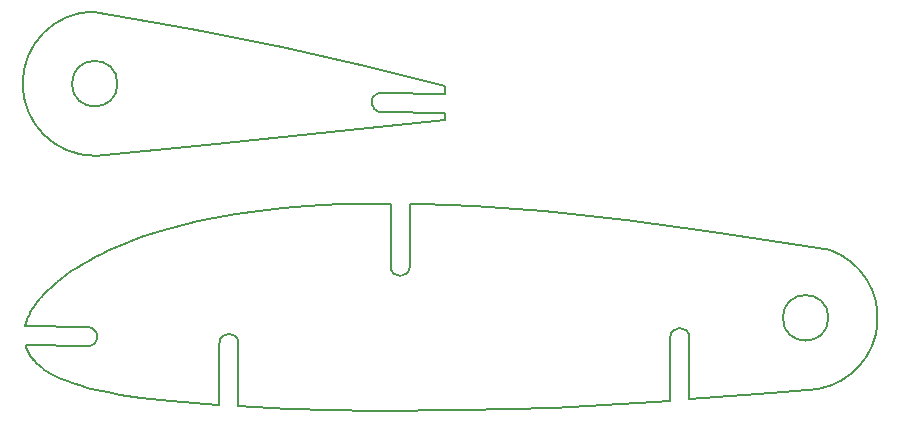
<source format=gbr>
G04 #@! TF.GenerationSoftware,KiCad,Pcbnew,(5.1.2)-1*
G04 #@! TF.CreationDate,2019-06-04T19:45:54-07:00*
G04 #@! TF.ProjectId,horizontal-stabilizer,686f7269-7a6f-46e7-9461-6c2d73746162,rev?*
G04 #@! TF.SameCoordinates,Original*
G04 #@! TF.FileFunction,Profile,NP*
%FSLAX46Y46*%
G04 Gerber Fmt 4.6, Leading zero omitted, Abs format (unit mm)*
G04 Created by KiCad (PCBNEW (5.1.2)-1) date 2019-06-04 19:45:54*
%MOMM*%
%LPD*%
G04 APERTURE LIST*
%ADD10C,0.200000*%
G04 APERTURE END LIST*
D10*
X50082475Y-34023032D02*
X43033586Y-32428045D01*
X37428650Y-40678621D02*
X56839231Y-38639183D01*
X56855462Y-35724447D02*
X50082475Y-34023032D01*
X56839231Y-38020785D02*
X56839231Y-38639183D01*
X56855462Y-36400653D02*
X51472523Y-36320590D01*
X29124383Y-35538896D02*
G75*
G03X29124383Y-35538896I-1929000J0D01*
G01*
X50963873Y-36490573D02*
X50859803Y-36587389D01*
X50859803Y-36587389D02*
X50780017Y-36691034D01*
X56855462Y-35724447D02*
X56855462Y-36400653D01*
X50654536Y-37212441D02*
X50689009Y-37378398D01*
X50689009Y-37378398D02*
X50727059Y-37474602D01*
X51203724Y-36362268D02*
X51063190Y-36423609D01*
X51063190Y-36423609D02*
X50963873Y-36490573D01*
X50882270Y-37697979D02*
X50989995Y-37792186D01*
X50989995Y-37792186D02*
X51102672Y-37857388D01*
X51102672Y-37857388D02*
X51251110Y-37910319D01*
X51251110Y-37910319D02*
X51363414Y-37934857D01*
X50780017Y-36691034D02*
X50711134Y-36822765D01*
X50711134Y-36822765D02*
X50672878Y-36941052D01*
X51448440Y-37940604D02*
X56839231Y-38020785D01*
X51363414Y-37934857D02*
X51448440Y-37940604D01*
X50727059Y-37474602D02*
X50801950Y-37601163D01*
X50801950Y-37601163D02*
X50882270Y-37697979D01*
X35346224Y-30879116D02*
X27172436Y-29431982D01*
X43033586Y-32428045D02*
X35346224Y-30879116D01*
X50672878Y-36941052D02*
X50650554Y-37119185D01*
X50650554Y-37119185D02*
X50654536Y-37212441D01*
X27183079Y-41645841D02*
G75*
G02X27172436Y-29431982I12261J6106945D01*
G01*
X51472523Y-36320590D02*
X51291696Y-36341351D01*
X51291696Y-36341351D02*
X51203724Y-36362268D01*
X27183080Y-41645840D02*
X37428650Y-40678621D01*
X22044645Y-58956529D02*
X22139379Y-59061871D01*
X21588068Y-58297661D02*
X21619332Y-58354967D01*
X28283641Y-61684571D02*
X29355832Y-61883447D01*
X26573760Y-61287338D02*
X27279558Y-61465489D01*
X21872719Y-58743797D02*
X21914104Y-58797917D01*
X24700426Y-60673312D02*
X25084041Y-60820477D01*
X24334943Y-60519371D02*
X24700426Y-60673312D01*
X23075711Y-59841682D02*
X23215668Y-59932061D01*
X21529379Y-58182071D02*
X21558126Y-58240127D01*
X22342660Y-59266149D02*
X22451993Y-59365954D01*
X58337769Y-63198885D02*
X66111318Y-62964334D01*
X50776780Y-63236316D02*
X58337769Y-63198885D01*
X25906946Y-61095992D02*
X26573760Y-61287338D01*
X39367148Y-62866725D02*
X43685838Y-63084124D01*
X37672777Y-62781431D02*
X37746948Y-62785165D01*
X37746948Y-57527571D02*
G75*
G02X39367148Y-57527571I810100J0D01*
G01*
X25084041Y-60820477D02*
X25486550Y-60961420D01*
X21651739Y-58411662D02*
X21685488Y-58468137D01*
X31095512Y-62148642D02*
X33659145Y-62449211D01*
X25486550Y-60961420D02*
X25906946Y-61095992D01*
X22566503Y-59464223D02*
X22686116Y-59560919D01*
X23665870Y-60193622D02*
X23825969Y-60277591D01*
X23510770Y-60108038D02*
X23665870Y-60193622D01*
X22238449Y-59164769D02*
X22342660Y-59266149D01*
X29355832Y-61883447D02*
X31095512Y-62148642D01*
X23215668Y-59932061D02*
X23360705Y-60020862D01*
X21914104Y-58797917D02*
X21956525Y-58851383D01*
X22810905Y-59656052D02*
X22940816Y-59749670D01*
X21475681Y-58064750D02*
X21501946Y-58123711D01*
X21619332Y-58354967D02*
X21651739Y-58411662D01*
X22686116Y-59560919D02*
X22810905Y-59656052D01*
X24161047Y-60440677D02*
X24334943Y-60519371D01*
X21756650Y-58579618D02*
X21794055Y-58634684D01*
X21501946Y-58123711D02*
X21529379Y-58182071D01*
X21450645Y-58005410D02*
X21475681Y-58064750D01*
X23991030Y-60359937D02*
X24161047Y-60440677D01*
X75918220Y-57038240D02*
X75918220Y-62402920D01*
X23360705Y-60020862D02*
X23510770Y-60108038D01*
X22940816Y-59749670D02*
X23075711Y-59841682D01*
X22451993Y-59365954D02*
X22566503Y-59464223D01*
X21794055Y-58634684D02*
X21832887Y-58689631D01*
X21558126Y-58240127D02*
X21588068Y-58297661D01*
X43685838Y-63084124D02*
X50776780Y-63236316D01*
X37746948Y-57527571D02*
X37746948Y-62785165D01*
X21956525Y-58851383D02*
X22000462Y-58904759D01*
X21832887Y-58689631D02*
X21872719Y-58743797D01*
X21720344Y-58523930D02*
X21756650Y-58579618D01*
X21685488Y-58468137D02*
X21720344Y-58523930D01*
X39367148Y-62866725D02*
X39367148Y-57527571D01*
X22139379Y-59061871D02*
X22238449Y-59164769D01*
X22000462Y-58904759D02*
X22044645Y-58956529D01*
X74589801Y-62504467D02*
X75918220Y-62402920D01*
X27279558Y-61465489D02*
X28283641Y-61684571D01*
X23825969Y-60277591D02*
X23991030Y-60359937D01*
X66111318Y-62964334D02*
X74589801Y-62504467D01*
X33659145Y-62449211D02*
X37672777Y-62781431D01*
X31122579Y-48562827D02*
X30063149Y-48958037D01*
X52246462Y-45699095D02*
X51352595Y-45687718D01*
X22016302Y-54464234D02*
X21922874Y-54610147D01*
X22221532Y-54170008D02*
X22115840Y-54317532D01*
X35935818Y-47192824D02*
X34650048Y-47499655D01*
X22451466Y-53872799D02*
X22333388Y-54021743D01*
X23136845Y-53119077D02*
X22986980Y-53270849D01*
X25219966Y-51436513D02*
X24781001Y-51742260D01*
X53866662Y-51013945D02*
G75*
G02X52246462Y-51013945I-810100J0D01*
G01*
X22986980Y-53270849D02*
X22843553Y-53422147D01*
X28431525Y-49652328D02*
X27827000Y-49940277D01*
X21383015Y-57824802D02*
X21404328Y-57885483D01*
X21487035Y-55466524D02*
X21434815Y-55605784D01*
X21362930Y-57763726D02*
X21383015Y-57824802D01*
X22575835Y-53723176D02*
X22451466Y-53872799D01*
X21344114Y-57702242D02*
X21362930Y-57763726D01*
X21341980Y-57694728D02*
X21344114Y-57702242D01*
X21678479Y-55042649D02*
X21608834Y-55184934D01*
X22843553Y-53422147D02*
X22706532Y-53572935D01*
X47929298Y-45754782D02*
X45200261Y-45899549D01*
X21754054Y-54899376D02*
X21678479Y-55042649D01*
X26606334Y-56152656D02*
G75*
G02X26582255Y-57772670I-12038J-810007D01*
G01*
X27250286Y-50232920D02*
X26701269Y-50529573D01*
X21434815Y-55605784D02*
X21387928Y-55745119D01*
X22706532Y-53572935D02*
X22575835Y-53723176D01*
X23983053Y-52356079D02*
X23801358Y-52508557D01*
X23801358Y-52508557D02*
X23625375Y-52661587D01*
X29063108Y-49370152D02*
X28431525Y-49652328D01*
X22115840Y-54317532D02*
X22016302Y-54464234D01*
X21545030Y-55326259D02*
X21487035Y-55466524D01*
X34650048Y-47499655D02*
X33417720Y-47831494D01*
X23293175Y-52966915D02*
X23136845Y-53119077D01*
X24781001Y-51742260D02*
X24369085Y-52048749D01*
X51352595Y-45687718D02*
X47929298Y-45754782D01*
X26179928Y-50829526D02*
X25686177Y-51132061D01*
X26701269Y-50529573D02*
X26179928Y-50829526D01*
X21835472Y-54755176D02*
X21754054Y-54899376D01*
X21608834Y-55184934D02*
X21545030Y-55326259D01*
X41075928Y-46302108D02*
X39132632Y-46581829D01*
X53866662Y-51013945D02*
X53866662Y-45719716D01*
X23456025Y-52814375D02*
X23293175Y-52966915D01*
X21312106Y-56017392D02*
X21299173Y-56073719D01*
X21329116Y-55949210D02*
X21312106Y-56017392D01*
X24369085Y-52048749D02*
X23983053Y-52356079D01*
X25686177Y-51132061D02*
X25219966Y-51436513D01*
X27827000Y-49940277D02*
X27250286Y-50232920D01*
X39132632Y-46581829D02*
X37272534Y-46912614D01*
X52246462Y-45699095D02*
X52246462Y-51013945D01*
X26606335Y-56152655D02*
X21299173Y-56073719D01*
X21922874Y-54610147D02*
X21835472Y-54755176D01*
X33417720Y-47831494D02*
X32240910Y-48186603D01*
X37272534Y-46912614D02*
X35935818Y-47192824D01*
X43100177Y-46074468D02*
X41075928Y-46302108D01*
X21426863Y-57945662D02*
X21450645Y-58005410D01*
X45200261Y-45899549D02*
X43100177Y-46074468D01*
X21404328Y-57885483D02*
X21426863Y-57945662D01*
X30063149Y-48958037D02*
X29063108Y-49370152D01*
X32240910Y-48186603D02*
X31122579Y-48562827D01*
X21341980Y-57694728D02*
X26582255Y-57772670D01*
X21347380Y-55881243D02*
X21329116Y-55949210D01*
X22333388Y-54021743D02*
X22221532Y-54170008D01*
X23625375Y-52661587D02*
X23456025Y-52814375D01*
X21367201Y-55812512D02*
X21347380Y-55881243D01*
X21387928Y-55745119D02*
X21367201Y-55812512D01*
X77538420Y-62279069D02*
X84493415Y-61747415D01*
X89311375Y-55368904D02*
G75*
G03X89311375Y-55368904I-1929000J0D01*
G01*
X59294172Y-45921500D02*
X54930468Y-45733256D01*
X89500693Y-49641092D02*
X87339282Y-49258424D01*
X89500692Y-49641091D02*
G75*
G02X88537396Y-61365649I-2118274J-5727813D01*
G01*
X72161273Y-47092644D02*
X65202733Y-46362348D01*
X87339282Y-49258424D02*
X79543809Y-48058849D01*
X84493415Y-61747415D02*
X88537396Y-61365649D01*
X54930468Y-45733256D02*
X53866662Y-45719716D01*
X79543809Y-48058849D02*
X72161273Y-47092644D01*
X65202733Y-46362348D02*
X59294172Y-45921500D01*
X77538420Y-62279069D02*
X77538420Y-57038240D01*
X75918220Y-57038240D02*
G75*
G02X77538420Y-57038240I810100J0D01*
G01*
M02*

</source>
